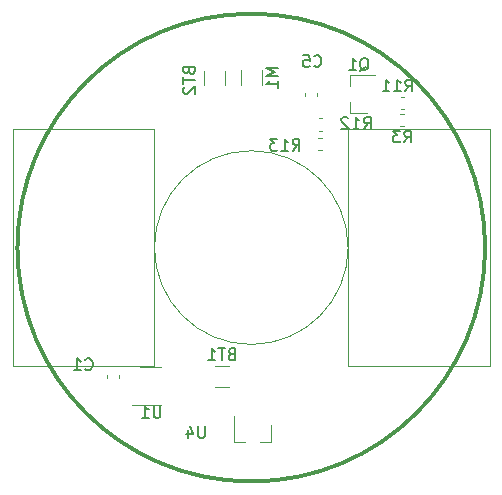
<source format=gbr>
G04 #@! TF.GenerationSoftware,KiCad,Pcbnew,5.1.4-1.fc30*
G04 #@! TF.CreationDate,2020-10-18T16:52:28+02:00*
G04 #@! TF.ProjectId,synchro2,73796e63-6872-46f3-922e-6b696361645f,rev?*
G04 #@! TF.SameCoordinates,Original*
G04 #@! TF.FileFunction,Legend,Bot*
G04 #@! TF.FilePolarity,Positive*
%FSLAX46Y46*%
G04 Gerber Fmt 4.6, Leading zero omitted, Abs format (unit mm)*
G04 Created by KiCad (PCBNEW 5.1.4-1.fc30) date 2020-10-18 16:52:28*
%MOMM*%
%LPD*%
G04 APERTURE LIST*
%ADD10C,0.300000*%
%ADD11C,0.120000*%
%ADD12C,0.150000*%
G04 APERTURE END LIST*
D10*
X238900000Y-116300000D02*
G75*
G03X238900000Y-116300000I-19800000J0D01*
G01*
D11*
X227300000Y-126300000D02*
X227300000Y-106300000D01*
X239300000Y-126300000D02*
X227300000Y-126300000D01*
X227300000Y-106300000D02*
X239300000Y-106300000D01*
X239300000Y-106300000D02*
X239300000Y-126300000D01*
X210900000Y-106300000D02*
X210900000Y-126300000D01*
X198900000Y-106300000D02*
X210900000Y-106300000D01*
X210900000Y-126300000D02*
X198900000Y-126300000D01*
X198900000Y-126300000D02*
X198900000Y-106300000D01*
X227300000Y-116300000D02*
G75*
G03X227300000Y-116300000I-8200000J0D01*
G01*
X227440000Y-104880000D02*
X228900000Y-104880000D01*
X227440000Y-101720000D02*
X229600000Y-101720000D01*
X227440000Y-101720000D02*
X227440000Y-102650000D01*
X227440000Y-104880000D02*
X227440000Y-103950000D01*
X211440000Y-129630000D02*
X208990000Y-129630000D01*
X209640000Y-126410000D02*
X211440000Y-126410000D01*
X231737221Y-103520000D02*
X232062779Y-103520000D01*
X231737221Y-104540000D02*
X232062779Y-104540000D01*
X207890000Y-127057221D02*
X207890000Y-127382779D01*
X206870000Y-127057221D02*
X206870000Y-127382779D01*
X220780000Y-132760000D02*
X219850000Y-132760000D01*
X217620000Y-132760000D02*
X218550000Y-132760000D01*
X217620000Y-132760000D02*
X217620000Y-130600000D01*
X220780000Y-132760000D02*
X220780000Y-131300000D01*
X231707221Y-106020000D02*
X232032779Y-106020000D01*
X231707221Y-105000000D02*
X232032779Y-105000000D01*
X224690000Y-103502779D02*
X224690000Y-103177221D01*
X223670000Y-103502779D02*
X223670000Y-103177221D01*
X224797221Y-106390000D02*
X225122779Y-106390000D01*
X224797221Y-105370000D02*
X225122779Y-105370000D01*
X225112779Y-108040000D02*
X224787221Y-108040000D01*
X225112779Y-107020000D02*
X224787221Y-107020000D01*
X217232064Y-126290000D02*
X216027936Y-126290000D01*
X217232064Y-128110000D02*
X216027936Y-128110000D01*
X216910000Y-102572064D02*
X216910000Y-101367936D01*
X215090000Y-102572064D02*
X215090000Y-101367936D01*
X218190000Y-102502064D02*
X218190000Y-101297936D01*
X220010000Y-102502064D02*
X220010000Y-101297936D01*
D12*
X228295238Y-101347619D02*
X228390476Y-101300000D01*
X228485714Y-101204761D01*
X228628571Y-101061904D01*
X228723809Y-101014285D01*
X228819047Y-101014285D01*
X228771428Y-101252380D02*
X228866666Y-101204761D01*
X228961904Y-101109523D01*
X229009523Y-100919047D01*
X229009523Y-100585714D01*
X228961904Y-100395238D01*
X228866666Y-100300000D01*
X228771428Y-100252380D01*
X228580952Y-100252380D01*
X228485714Y-100300000D01*
X228390476Y-100395238D01*
X228342857Y-100585714D01*
X228342857Y-100919047D01*
X228390476Y-101109523D01*
X228485714Y-101204761D01*
X228580952Y-101252380D01*
X228771428Y-101252380D01*
X227390476Y-101252380D02*
X227961904Y-101252380D01*
X227676190Y-101252380D02*
X227676190Y-100252380D01*
X227771428Y-100395238D01*
X227866666Y-100490476D01*
X227961904Y-100538095D01*
X211401904Y-129722380D02*
X211401904Y-130531904D01*
X211354285Y-130627142D01*
X211306666Y-130674761D01*
X211211428Y-130722380D01*
X211020952Y-130722380D01*
X210925714Y-130674761D01*
X210878095Y-130627142D01*
X210830476Y-130531904D01*
X210830476Y-129722380D01*
X209830476Y-130722380D02*
X210401904Y-130722380D01*
X210116190Y-130722380D02*
X210116190Y-129722380D01*
X210211428Y-129865238D01*
X210306666Y-129960476D01*
X210401904Y-130008095D01*
X232132857Y-103072380D02*
X232466190Y-102596190D01*
X232704285Y-103072380D02*
X232704285Y-102072380D01*
X232323333Y-102072380D01*
X232228095Y-102120000D01*
X232180476Y-102167619D01*
X232132857Y-102262857D01*
X232132857Y-102405714D01*
X232180476Y-102500952D01*
X232228095Y-102548571D01*
X232323333Y-102596190D01*
X232704285Y-102596190D01*
X231180476Y-103072380D02*
X231751904Y-103072380D01*
X231466190Y-103072380D02*
X231466190Y-102072380D01*
X231561428Y-102215238D01*
X231656666Y-102310476D01*
X231751904Y-102358095D01*
X230228095Y-103072380D02*
X230799523Y-103072380D01*
X230513809Y-103072380D02*
X230513809Y-102072380D01*
X230609047Y-102215238D01*
X230704285Y-102310476D01*
X230799523Y-102358095D01*
X205046666Y-126589642D02*
X205094285Y-126637261D01*
X205237142Y-126684880D01*
X205332380Y-126684880D01*
X205475238Y-126637261D01*
X205570476Y-126542023D01*
X205618095Y-126446785D01*
X205665714Y-126256309D01*
X205665714Y-126113452D01*
X205618095Y-125922976D01*
X205570476Y-125827738D01*
X205475238Y-125732500D01*
X205332380Y-125684880D01*
X205237142Y-125684880D01*
X205094285Y-125732500D01*
X205046666Y-125780119D01*
X204094285Y-126684880D02*
X204665714Y-126684880D01*
X204380000Y-126684880D02*
X204380000Y-125684880D01*
X204475238Y-125827738D01*
X204570476Y-125922976D01*
X204665714Y-125970595D01*
X215181904Y-131412380D02*
X215181904Y-132221904D01*
X215134285Y-132317142D01*
X215086666Y-132364761D01*
X214991428Y-132412380D01*
X214800952Y-132412380D01*
X214705714Y-132364761D01*
X214658095Y-132317142D01*
X214610476Y-132221904D01*
X214610476Y-131412380D01*
X213705714Y-131745714D02*
X213705714Y-132412380D01*
X213943809Y-131364761D02*
X214181904Y-132079047D01*
X213562857Y-132079047D01*
X232036666Y-107392380D02*
X232370000Y-106916190D01*
X232608095Y-107392380D02*
X232608095Y-106392380D01*
X232227142Y-106392380D01*
X232131904Y-106440000D01*
X232084285Y-106487619D01*
X232036666Y-106582857D01*
X232036666Y-106725714D01*
X232084285Y-106820952D01*
X232131904Y-106868571D01*
X232227142Y-106916190D01*
X232608095Y-106916190D01*
X231703333Y-106392380D02*
X231084285Y-106392380D01*
X231417619Y-106773333D01*
X231274761Y-106773333D01*
X231179523Y-106820952D01*
X231131904Y-106868571D01*
X231084285Y-106963809D01*
X231084285Y-107201904D01*
X231131904Y-107297142D01*
X231179523Y-107344761D01*
X231274761Y-107392380D01*
X231560476Y-107392380D01*
X231655714Y-107344761D01*
X231703333Y-107297142D01*
X224426666Y-100917142D02*
X224474285Y-100964761D01*
X224617142Y-101012380D01*
X224712380Y-101012380D01*
X224855238Y-100964761D01*
X224950476Y-100869523D01*
X224998095Y-100774285D01*
X225045714Y-100583809D01*
X225045714Y-100440952D01*
X224998095Y-100250476D01*
X224950476Y-100155238D01*
X224855238Y-100060000D01*
X224712380Y-100012380D01*
X224617142Y-100012380D01*
X224474285Y-100060000D01*
X224426666Y-100107619D01*
X223521904Y-100012380D02*
X223998095Y-100012380D01*
X224045714Y-100488571D01*
X223998095Y-100440952D01*
X223902857Y-100393333D01*
X223664761Y-100393333D01*
X223569523Y-100440952D01*
X223521904Y-100488571D01*
X223474285Y-100583809D01*
X223474285Y-100821904D01*
X223521904Y-100917142D01*
X223569523Y-100964761D01*
X223664761Y-101012380D01*
X223902857Y-101012380D01*
X223998095Y-100964761D01*
X224045714Y-100917142D01*
X228632857Y-106252380D02*
X228966190Y-105776190D01*
X229204285Y-106252380D02*
X229204285Y-105252380D01*
X228823333Y-105252380D01*
X228728095Y-105300000D01*
X228680476Y-105347619D01*
X228632857Y-105442857D01*
X228632857Y-105585714D01*
X228680476Y-105680952D01*
X228728095Y-105728571D01*
X228823333Y-105776190D01*
X229204285Y-105776190D01*
X227680476Y-106252380D02*
X228251904Y-106252380D01*
X227966190Y-106252380D02*
X227966190Y-105252380D01*
X228061428Y-105395238D01*
X228156666Y-105490476D01*
X228251904Y-105538095D01*
X227299523Y-105347619D02*
X227251904Y-105300000D01*
X227156666Y-105252380D01*
X226918571Y-105252380D01*
X226823333Y-105300000D01*
X226775714Y-105347619D01*
X226728095Y-105442857D01*
X226728095Y-105538095D01*
X226775714Y-105680952D01*
X227347142Y-106252380D01*
X226728095Y-106252380D01*
X222602857Y-108092380D02*
X222936190Y-107616190D01*
X223174285Y-108092380D02*
X223174285Y-107092380D01*
X222793333Y-107092380D01*
X222698095Y-107140000D01*
X222650476Y-107187619D01*
X222602857Y-107282857D01*
X222602857Y-107425714D01*
X222650476Y-107520952D01*
X222698095Y-107568571D01*
X222793333Y-107616190D01*
X223174285Y-107616190D01*
X221650476Y-108092380D02*
X222221904Y-108092380D01*
X221936190Y-108092380D02*
X221936190Y-107092380D01*
X222031428Y-107235238D01*
X222126666Y-107330476D01*
X222221904Y-107378095D01*
X221317142Y-107092380D02*
X220698095Y-107092380D01*
X221031428Y-107473333D01*
X220888571Y-107473333D01*
X220793333Y-107520952D01*
X220745714Y-107568571D01*
X220698095Y-107663809D01*
X220698095Y-107901904D01*
X220745714Y-107997142D01*
X220793333Y-108044761D01*
X220888571Y-108092380D01*
X221174285Y-108092380D01*
X221269523Y-108044761D01*
X221317142Y-107997142D01*
X217415714Y-125308571D02*
X217272857Y-125356190D01*
X217225238Y-125403809D01*
X217177619Y-125499047D01*
X217177619Y-125641904D01*
X217225238Y-125737142D01*
X217272857Y-125784761D01*
X217368095Y-125832380D01*
X217749047Y-125832380D01*
X217749047Y-124832380D01*
X217415714Y-124832380D01*
X217320476Y-124880000D01*
X217272857Y-124927619D01*
X217225238Y-125022857D01*
X217225238Y-125118095D01*
X217272857Y-125213333D01*
X217320476Y-125260952D01*
X217415714Y-125308571D01*
X217749047Y-125308571D01*
X216891904Y-124832380D02*
X216320476Y-124832380D01*
X216606190Y-125832380D02*
X216606190Y-124832380D01*
X215463333Y-125832380D02*
X216034761Y-125832380D01*
X215749047Y-125832380D02*
X215749047Y-124832380D01*
X215844285Y-124975238D01*
X215939523Y-125070476D01*
X216034761Y-125118095D01*
X213808571Y-101324285D02*
X213856190Y-101467142D01*
X213903809Y-101514761D01*
X213999047Y-101562380D01*
X214141904Y-101562380D01*
X214237142Y-101514761D01*
X214284761Y-101467142D01*
X214332380Y-101371904D01*
X214332380Y-100990952D01*
X213332380Y-100990952D01*
X213332380Y-101324285D01*
X213380000Y-101419523D01*
X213427619Y-101467142D01*
X213522857Y-101514761D01*
X213618095Y-101514761D01*
X213713333Y-101467142D01*
X213760952Y-101419523D01*
X213808571Y-101324285D01*
X213808571Y-100990952D01*
X213332380Y-101848095D02*
X213332380Y-102419523D01*
X214332380Y-102133809D02*
X213332380Y-102133809D01*
X213427619Y-102705238D02*
X213380000Y-102752857D01*
X213332380Y-102848095D01*
X213332380Y-103086190D01*
X213380000Y-103181428D01*
X213427619Y-103229047D01*
X213522857Y-103276666D01*
X213618095Y-103276666D01*
X213760952Y-103229047D01*
X214332380Y-102657619D01*
X214332380Y-103276666D01*
X221372380Y-101090476D02*
X220372380Y-101090476D01*
X221086666Y-101423809D01*
X220372380Y-101757142D01*
X221372380Y-101757142D01*
X221372380Y-102757142D02*
X221372380Y-102185714D01*
X221372380Y-102471428D02*
X220372380Y-102471428D01*
X220515238Y-102376190D01*
X220610476Y-102280952D01*
X220658095Y-102185714D01*
M02*

</source>
